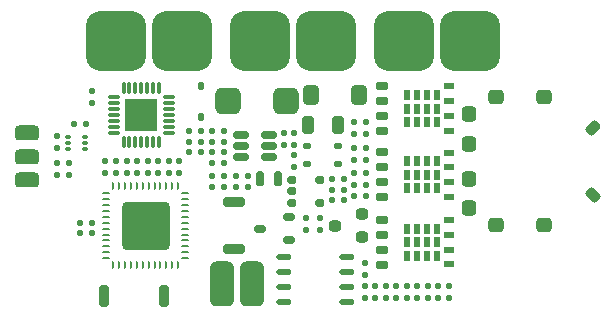
<source format=gbp>
G04*
G04 #@! TF.GenerationSoftware,Altium Limited,Altium Designer,21.6.1 (37)*
G04*
G04 Layer_Color=128*
%FSLAX25Y25*%
%MOIN*%
G70*
G04*
G04 #@! TF.SameCoordinates,93F7CD1F-D677-4927-938F-0EEAFF98D495*
G04*
G04*
G04 #@! TF.FilePolarity,Positive*
G04*
G01*
G75*
G04:AMPARAMS|DCode=33|XSize=20mil|YSize=20mil|CornerRadius=5mil|HoleSize=0mil|Usage=FLASHONLY|Rotation=180.000|XOffset=0mil|YOffset=0mil|HoleType=Round|Shape=RoundedRectangle|*
%AMROUNDEDRECTD33*
21,1,0.02000,0.01000,0,0,180.0*
21,1,0.01000,0.02000,0,0,180.0*
1,1,0.01000,-0.00500,0.00500*
1,1,0.01000,0.00500,0.00500*
1,1,0.01000,0.00500,-0.00500*
1,1,0.01000,-0.00500,-0.00500*
%
%ADD33ROUNDEDRECTD33*%
G04:AMPARAMS|DCode=34|XSize=80mil|YSize=50mil|CornerRadius=12.5mil|HoleSize=0mil|Usage=FLASHONLY|Rotation=0.000|XOffset=0mil|YOffset=0mil|HoleType=Round|Shape=RoundedRectangle|*
%AMROUNDEDRECTD34*
21,1,0.08000,0.02500,0,0,0.0*
21,1,0.05500,0.05000,0,0,0.0*
1,1,0.02500,0.02750,-0.01250*
1,1,0.02500,-0.02750,-0.01250*
1,1,0.02500,-0.02750,0.01250*
1,1,0.02500,0.02750,0.01250*
%
%ADD34ROUNDEDRECTD34*%
G04:AMPARAMS|DCode=39|XSize=47.24mil|YSize=51.18mil|CornerRadius=11.81mil|HoleSize=0mil|Usage=FLASHONLY|Rotation=90.000|XOffset=0mil|YOffset=0mil|HoleType=Round|Shape=RoundedRectangle|*
%AMROUNDEDRECTD39*
21,1,0.04724,0.02756,0,0,90.0*
21,1,0.02362,0.05118,0,0,90.0*
1,1,0.02362,0.01378,0.01181*
1,1,0.02362,0.01378,-0.01181*
1,1,0.02362,-0.01378,-0.01181*
1,1,0.02362,-0.01378,0.01181*
%
%ADD39ROUNDEDRECTD39*%
G04:AMPARAMS|DCode=40|XSize=51.18mil|YSize=47.24mil|CornerRadius=11.81mil|HoleSize=0mil|Usage=FLASHONLY|Rotation=90.000|XOffset=0mil|YOffset=0mil|HoleType=Round|Shape=RoundedRectangle|*
%AMROUNDEDRECTD40*
21,1,0.05118,0.02362,0,0,90.0*
21,1,0.02756,0.04724,0,0,90.0*
1,1,0.02362,0.01181,0.01378*
1,1,0.02362,0.01181,-0.01378*
1,1,0.02362,-0.01181,-0.01378*
1,1,0.02362,-0.01181,0.01378*
%
%ADD40ROUNDEDRECTD40*%
G04:AMPARAMS|DCode=41|XSize=33.47mil|YSize=47.24mil|CornerRadius=8.37mil|HoleSize=0mil|Usage=FLASHONLY|Rotation=45.000|XOffset=0mil|YOffset=0mil|HoleType=Round|Shape=RoundedRectangle|*
%AMROUNDEDRECTD41*
21,1,0.03347,0.03051,0,0,45.0*
21,1,0.01673,0.04724,0,0,45.0*
1,1,0.01673,0.01670,-0.00487*
1,1,0.01673,0.00487,-0.01670*
1,1,0.01673,-0.01670,0.00487*
1,1,0.01673,-0.00487,0.01670*
%
%ADD41ROUNDEDRECTD41*%
G04:AMPARAMS|DCode=42|XSize=33.47mil|YSize=47.24mil|CornerRadius=8.37mil|HoleSize=0mil|Usage=FLASHONLY|Rotation=315.000|XOffset=0mil|YOffset=0mil|HoleType=Round|Shape=RoundedRectangle|*
%AMROUNDEDRECTD42*
21,1,0.03347,0.03051,0,0,315.0*
21,1,0.01673,0.04724,0,0,315.0*
1,1,0.01673,-0.00487,-0.01670*
1,1,0.01673,-0.01670,-0.00487*
1,1,0.01673,0.00487,0.01670*
1,1,0.01673,0.01670,0.00487*
%
%ADD42ROUNDEDRECTD42*%
%ADD43R,0.10630X0.11024*%
G04:AMPARAMS|DCode=44|XSize=12mil|YSize=38mil|CornerRadius=3mil|HoleSize=0mil|Usage=FLASHONLY|Rotation=180.000|XOffset=0mil|YOffset=0mil|HoleType=Round|Shape=RoundedRectangle|*
%AMROUNDEDRECTD44*
21,1,0.01200,0.03200,0,0,180.0*
21,1,0.00600,0.03800,0,0,180.0*
1,1,0.00600,-0.00300,0.01600*
1,1,0.00600,0.00300,0.01600*
1,1,0.00600,0.00300,-0.01600*
1,1,0.00600,-0.00300,-0.01600*
%
%ADD44ROUNDEDRECTD44*%
G04:AMPARAMS|DCode=45|XSize=12mil|YSize=38mil|CornerRadius=3mil|HoleSize=0mil|Usage=FLASHONLY|Rotation=90.000|XOffset=0mil|YOffset=0mil|HoleType=Round|Shape=RoundedRectangle|*
%AMROUNDEDRECTD45*
21,1,0.01200,0.03200,0,0,90.0*
21,1,0.00600,0.03800,0,0,90.0*
1,1,0.00600,0.01600,0.00300*
1,1,0.00600,0.01600,-0.00300*
1,1,0.00600,-0.01600,-0.00300*
1,1,0.00600,-0.01600,0.00300*
%
%ADD45ROUNDEDRECTD45*%
G04:AMPARAMS|DCode=46|XSize=150mil|YSize=80mil|CornerRadius=20mil|HoleSize=0mil|Usage=FLASHONLY|Rotation=90.000|XOffset=0mil|YOffset=0mil|HoleType=Round|Shape=RoundedRectangle|*
%AMROUNDEDRECTD46*
21,1,0.15000,0.04000,0,0,90.0*
21,1,0.11000,0.08000,0,0,90.0*
1,1,0.04000,0.02000,0.05500*
1,1,0.04000,0.02000,-0.05500*
1,1,0.04000,-0.02000,-0.05500*
1,1,0.04000,-0.02000,0.05500*
%
%ADD46ROUNDEDRECTD46*%
%ADD47O,0.05118X0.01968*%
G04:AMPARAMS|DCode=48|XSize=37.4mil|YSize=39.37mil|CornerRadius=9.35mil|HoleSize=0mil|Usage=FLASHONLY|Rotation=270.000|XOffset=0mil|YOffset=0mil|HoleType=Round|Shape=RoundedRectangle|*
%AMROUNDEDRECTD48*
21,1,0.03740,0.02067,0,0,270.0*
21,1,0.01870,0.03937,0,0,270.0*
1,1,0.01870,-0.01034,-0.00935*
1,1,0.01870,-0.01034,0.00935*
1,1,0.01870,0.01034,0.00935*
1,1,0.01870,0.01034,-0.00935*
%
%ADD48ROUNDEDRECTD48*%
G04:AMPARAMS|DCode=49|XSize=20mil|YSize=20mil|CornerRadius=5mil|HoleSize=0mil|Usage=FLASHONLY|Rotation=270.000|XOffset=0mil|YOffset=0mil|HoleType=Round|Shape=RoundedRectangle|*
%AMROUNDEDRECTD49*
21,1,0.02000,0.01000,0,0,270.0*
21,1,0.01000,0.02000,0,0,270.0*
1,1,0.01000,-0.00500,-0.00500*
1,1,0.01000,-0.00500,0.00500*
1,1,0.01000,0.00500,0.00500*
1,1,0.01000,0.00500,-0.00500*
%
%ADD49ROUNDEDRECTD49*%
G04:AMPARAMS|DCode=50|XSize=200mil|YSize=200mil|CornerRadius=50mil|HoleSize=0mil|Usage=FLASHONLY|Rotation=90.000|XOffset=0mil|YOffset=0mil|HoleType=Round|Shape=RoundedRectangle|*
%AMROUNDEDRECTD50*
21,1,0.20000,0.10000,0,0,90.0*
21,1,0.10000,0.20000,0,0,90.0*
1,1,0.10000,0.05000,0.05000*
1,1,0.10000,0.05000,-0.05000*
1,1,0.10000,-0.05000,-0.05000*
1,1,0.10000,-0.05000,0.05000*
%
%ADD50ROUNDEDRECTD50*%
G04:AMPARAMS|DCode=51|XSize=12mil|YSize=19.68mil|CornerRadius=3mil|HoleSize=0mil|Usage=FLASHONLY|Rotation=90.000|XOffset=0mil|YOffset=0mil|HoleType=Round|Shape=RoundedRectangle|*
%AMROUNDEDRECTD51*
21,1,0.01200,0.01369,0,0,90.0*
21,1,0.00600,0.01968,0,0,90.0*
1,1,0.00600,0.00684,0.00300*
1,1,0.00600,0.00684,-0.00300*
1,1,0.00600,-0.00684,-0.00300*
1,1,0.00600,-0.00684,0.00300*
%
%ADD51ROUNDEDRECTD51*%
G04:AMPARAMS|DCode=52|XSize=19.68mil|YSize=23.62mil|CornerRadius=4.92mil|HoleSize=0mil|Usage=FLASHONLY|Rotation=90.000|XOffset=0mil|YOffset=0mil|HoleType=Round|Shape=RoundedRectangle|*
%AMROUNDEDRECTD52*
21,1,0.01968,0.01378,0,0,90.0*
21,1,0.00984,0.02362,0,0,90.0*
1,1,0.00984,0.00689,0.00492*
1,1,0.00984,0.00689,-0.00492*
1,1,0.00984,-0.00689,-0.00492*
1,1,0.00984,-0.00689,0.00492*
%
%ADD52ROUNDEDRECTD52*%
G04:AMPARAMS|DCode=53|XSize=19.68mil|YSize=23.62mil|CornerRadius=4.92mil|HoleSize=0mil|Usage=FLASHONLY|Rotation=180.000|XOffset=0mil|YOffset=0mil|HoleType=Round|Shape=RoundedRectangle|*
%AMROUNDEDRECTD53*
21,1,0.01968,0.01378,0,0,180.0*
21,1,0.00984,0.02362,0,0,180.0*
1,1,0.00984,-0.00492,0.00689*
1,1,0.00984,0.00492,0.00689*
1,1,0.00984,0.00492,-0.00689*
1,1,0.00984,-0.00492,-0.00689*
%
%ADD53ROUNDEDRECTD53*%
G04:AMPARAMS|DCode=54|XSize=59.06mil|YSize=39.37mil|CornerRadius=9.84mil|HoleSize=0mil|Usage=FLASHONLY|Rotation=270.000|XOffset=0mil|YOffset=0mil|HoleType=Round|Shape=RoundedRectangle|*
%AMROUNDEDRECTD54*
21,1,0.05906,0.01968,0,0,270.0*
21,1,0.03937,0.03937,0,0,270.0*
1,1,0.01968,-0.00984,-0.01968*
1,1,0.01968,-0.00984,0.01968*
1,1,0.01968,0.00984,0.01968*
1,1,0.01968,0.00984,-0.01968*
%
%ADD54ROUNDEDRECTD54*%
G04:AMPARAMS|DCode=55|XSize=25mil|YSize=50mil|CornerRadius=6.25mil|HoleSize=0mil|Usage=FLASHONLY|Rotation=180.000|XOffset=0mil|YOffset=0mil|HoleType=Round|Shape=RoundedRectangle|*
%AMROUNDEDRECTD55*
21,1,0.02500,0.03750,0,0,180.0*
21,1,0.01250,0.05000,0,0,180.0*
1,1,0.01250,-0.00625,0.01875*
1,1,0.01250,0.00625,0.01875*
1,1,0.01250,0.00625,-0.01875*
1,1,0.01250,-0.00625,-0.01875*
%
%ADD55ROUNDEDRECTD55*%
G04:AMPARAMS|DCode=56|XSize=24mil|YSize=30mil|CornerRadius=6mil|HoleSize=0mil|Usage=FLASHONLY|Rotation=90.000|XOffset=0mil|YOffset=0mil|HoleType=Round|Shape=RoundedRectangle|*
%AMROUNDEDRECTD56*
21,1,0.02400,0.01800,0,0,90.0*
21,1,0.01200,0.03000,0,0,90.0*
1,1,0.01200,0.00900,0.00600*
1,1,0.01200,0.00900,-0.00600*
1,1,0.01200,-0.00900,-0.00600*
1,1,0.01200,-0.00900,0.00600*
%
%ADD56ROUNDEDRECTD56*%
G04:AMPARAMS|DCode=57|XSize=70.87mil|YSize=31.5mil|CornerRadius=7.87mil|HoleSize=0mil|Usage=FLASHONLY|Rotation=0.000|XOffset=0mil|YOffset=0mil|HoleType=Round|Shape=RoundedRectangle|*
%AMROUNDEDRECTD57*
21,1,0.07087,0.01575,0,0,0.0*
21,1,0.05512,0.03150,0,0,0.0*
1,1,0.01575,0.02756,-0.00787*
1,1,0.01575,-0.02756,-0.00787*
1,1,0.01575,-0.02756,0.00787*
1,1,0.01575,0.02756,0.00787*
%
%ADD57ROUNDEDRECTD57*%
G04:AMPARAMS|DCode=58|XSize=23.62mil|YSize=39.37mil|CornerRadius=5.91mil|HoleSize=0mil|Usage=FLASHONLY|Rotation=90.000|XOffset=0mil|YOffset=0mil|HoleType=Round|Shape=RoundedRectangle|*
%AMROUNDEDRECTD58*
21,1,0.02362,0.02756,0,0,90.0*
21,1,0.01181,0.03937,0,0,90.0*
1,1,0.01181,0.01378,0.00591*
1,1,0.01181,0.01378,-0.00591*
1,1,0.01181,-0.01378,-0.00591*
1,1,0.01181,-0.01378,0.00591*
%
%ADD58ROUNDEDRECTD58*%
G04:AMPARAMS|DCode=59|XSize=27.56mil|YSize=51.18mil|CornerRadius=6.89mil|HoleSize=0mil|Usage=FLASHONLY|Rotation=270.000|XOffset=0mil|YOffset=0mil|HoleType=Round|Shape=RoundedRectangle|*
%AMROUNDEDRECTD59*
21,1,0.02756,0.03740,0,0,270.0*
21,1,0.01378,0.05118,0,0,270.0*
1,1,0.01378,-0.01870,-0.00689*
1,1,0.01378,-0.01870,0.00689*
1,1,0.01378,0.01870,0.00689*
1,1,0.01378,0.01870,-0.00689*
%
%ADD59ROUNDEDRECTD59*%
G04:AMPARAMS|DCode=60|XSize=31.5mil|YSize=70.87mil|CornerRadius=7.87mil|HoleSize=0mil|Usage=FLASHONLY|Rotation=0.000|XOffset=0mil|YOffset=0mil|HoleType=Round|Shape=RoundedRectangle|*
%AMROUNDEDRECTD60*
21,1,0.03150,0.05512,0,0,0.0*
21,1,0.01575,0.07087,0,0,0.0*
1,1,0.01575,0.00787,-0.02756*
1,1,0.01575,-0.00787,-0.02756*
1,1,0.01575,-0.00787,0.02756*
1,1,0.01575,0.00787,0.02756*
%
%ADD60ROUNDEDRECTD60*%
G04:AMPARAMS|DCode=61|XSize=160mil|YSize=160mil|CornerRadius=16mil|HoleSize=0mil|Usage=FLASHONLY|Rotation=0.000|XOffset=0mil|YOffset=0mil|HoleType=Round|Shape=RoundedRectangle|*
%AMROUNDEDRECTD61*
21,1,0.16000,0.12800,0,0,0.0*
21,1,0.12800,0.16000,0,0,0.0*
1,1,0.03200,0.06400,-0.06400*
1,1,0.03200,-0.06400,-0.06400*
1,1,0.03200,-0.06400,0.06400*
1,1,0.03200,0.06400,0.06400*
%
%ADD61ROUNDEDRECTD61*%
G04:AMPARAMS|DCode=62|XSize=26.57mil|YSize=9.84mil|CornerRadius=2.46mil|HoleSize=0mil|Usage=FLASHONLY|Rotation=0.000|XOffset=0mil|YOffset=0mil|HoleType=Round|Shape=RoundedRectangle|*
%AMROUNDEDRECTD62*
21,1,0.02657,0.00492,0,0,0.0*
21,1,0.02165,0.00984,0,0,0.0*
1,1,0.00492,0.01083,-0.00246*
1,1,0.00492,-0.01083,-0.00246*
1,1,0.00492,-0.01083,0.00246*
1,1,0.00492,0.01083,0.00246*
%
%ADD62ROUNDEDRECTD62*%
G04:AMPARAMS|DCode=63|XSize=26.57mil|YSize=9.84mil|CornerRadius=2.46mil|HoleSize=0mil|Usage=FLASHONLY|Rotation=270.000|XOffset=0mil|YOffset=0mil|HoleType=Round|Shape=RoundedRectangle|*
%AMROUNDEDRECTD63*
21,1,0.02657,0.00492,0,0,270.0*
21,1,0.02165,0.00984,0,0,270.0*
1,1,0.00492,-0.00246,-0.01083*
1,1,0.00492,-0.00246,0.01083*
1,1,0.00492,0.00246,0.01083*
1,1,0.00492,0.00246,-0.01083*
%
%ADD63ROUNDEDRECTD63*%
G04:AMPARAMS|DCode=64|XSize=85.04mil|YSize=88.98mil|CornerRadius=21.26mil|HoleSize=0mil|Usage=FLASHONLY|Rotation=0.000|XOffset=0mil|YOffset=0mil|HoleType=Round|Shape=RoundedRectangle|*
%AMROUNDEDRECTD64*
21,1,0.08504,0.04646,0,0,0.0*
21,1,0.04252,0.08898,0,0,0.0*
1,1,0.04252,0.02126,-0.02323*
1,1,0.04252,-0.02126,-0.02323*
1,1,0.04252,-0.02126,0.02323*
1,1,0.04252,0.02126,0.02323*
%
%ADD64ROUNDEDRECTD64*%
G04:AMPARAMS|DCode=65|XSize=55mil|YSize=65mil|CornerRadius=13.75mil|HoleSize=0mil|Usage=FLASHONLY|Rotation=180.000|XOffset=0mil|YOffset=0mil|HoleType=Round|Shape=RoundedRectangle|*
%AMROUNDEDRECTD65*
21,1,0.05500,0.03750,0,0,180.0*
21,1,0.02750,0.06500,0,0,180.0*
1,1,0.02750,-0.01375,0.01875*
1,1,0.02750,0.01375,0.01875*
1,1,0.02750,0.01375,-0.01875*
1,1,0.02750,-0.01375,-0.01875*
%
%ADD65ROUNDEDRECTD65*%
%ADD99R,0.03543X0.02362*%
%ADD100R,0.02362X0.03543*%
G04:AMPARAMS|DCode=101|XSize=23.62mil|YSize=41.34mil|CornerRadius=4.92mil|HoleSize=0mil|Usage=FLASHONLY|Rotation=90.000|XOffset=0mil|YOffset=0mil|HoleType=Round|Shape=RoundedRectangle|*
%AMROUNDEDRECTD101*
21,1,0.02362,0.03150,0,0,90.0*
21,1,0.01378,0.04134,0,0,90.0*
1,1,0.00984,0.01575,0.00689*
1,1,0.00984,0.01575,-0.00689*
1,1,0.00984,-0.01575,-0.00689*
1,1,0.00984,-0.01575,0.00689*
%
%ADD101ROUNDEDRECTD101*%
D33*
X33000Y46000D02*
D03*
Y50000D02*
D03*
X36600Y46000D02*
D03*
Y50000D02*
D03*
X104500Y31000D02*
D03*
Y27000D02*
D03*
X147550Y8500D02*
D03*
Y4500D02*
D03*
X144050Y8500D02*
D03*
Y4500D02*
D03*
X126550D02*
D03*
Y8500D02*
D03*
X140550D02*
D03*
Y4500D02*
D03*
X137050Y8500D02*
D03*
Y4500D02*
D03*
X133550D02*
D03*
Y8500D02*
D03*
X130050D02*
D03*
Y4500D02*
D03*
X123050Y8500D02*
D03*
Y4500D02*
D03*
X119550D02*
D03*
Y8500D02*
D03*
X17000Y54500D02*
D03*
Y58500D02*
D03*
X116000Y59000D02*
D03*
Y63000D02*
D03*
Y50500D02*
D03*
Y54500D02*
D03*
X120000Y50500D02*
D03*
Y54500D02*
D03*
Y46000D02*
D03*
Y42000D02*
D03*
X116000Y46000D02*
D03*
Y42000D02*
D03*
X120000Y59000D02*
D03*
Y63000D02*
D03*
X100000Y31000D02*
D03*
Y27000D02*
D03*
X47100Y50000D02*
D03*
Y46000D02*
D03*
X43600Y50000D02*
D03*
Y46000D02*
D03*
X119500Y12000D02*
D03*
Y16000D02*
D03*
X54100Y50000D02*
D03*
Y46000D02*
D03*
X96000Y52000D02*
D03*
Y48000D02*
D03*
X57600Y50000D02*
D03*
Y46000D02*
D03*
X92500Y59500D02*
D03*
Y55500D02*
D03*
X40100Y50000D02*
D03*
Y46000D02*
D03*
X50600D02*
D03*
Y50000D02*
D03*
X96000Y59500D02*
D03*
Y55500D02*
D03*
X28500Y73500D02*
D03*
Y69500D02*
D03*
D34*
X7000Y43676D02*
D03*
Y51500D02*
D03*
Y59324D02*
D03*
D39*
X179382Y28740D02*
D03*
X163240D02*
D03*
Y71260D02*
D03*
X179382D02*
D03*
D40*
X154185Y34252D02*
D03*
Y44193D02*
D03*
Y55807D02*
D03*
Y65748D02*
D03*
D41*
X195635Y38865D02*
D03*
D42*
Y61135D02*
D03*
D43*
X45000Y65400D02*
D03*
D44*
X39094Y56250D02*
D03*
X41063D02*
D03*
X43031D02*
D03*
X45000D02*
D03*
X46968D02*
D03*
X48937D02*
D03*
X50906D02*
D03*
Y74550D02*
D03*
X48937D02*
D03*
X46968D02*
D03*
X45000D02*
D03*
X43031D02*
D03*
X41063D02*
D03*
X39094D02*
D03*
D45*
X54150Y59495D02*
D03*
Y61463D02*
D03*
Y63432D02*
D03*
Y65400D02*
D03*
Y67369D02*
D03*
Y69337D02*
D03*
Y71306D02*
D03*
X35850D02*
D03*
Y69337D02*
D03*
Y67369D02*
D03*
Y65400D02*
D03*
Y63432D02*
D03*
Y61463D02*
D03*
Y59495D02*
D03*
D46*
X72000Y9000D02*
D03*
X82000D02*
D03*
D47*
X113433Y18000D02*
D03*
Y13000D02*
D03*
Y8000D02*
D03*
Y3000D02*
D03*
X92567Y18000D02*
D03*
Y13000D02*
D03*
Y8000D02*
D03*
Y3000D02*
D03*
D48*
X118429Y32240D02*
D03*
X118429Y24760D02*
D03*
X109571Y28500D02*
D03*
D49*
X120000Y38500D02*
D03*
X116000D02*
D03*
X68500Y41500D02*
D03*
X72500D02*
D03*
X68500Y45000D02*
D03*
X72500D02*
D03*
X26500Y62500D02*
D03*
X22500D02*
D03*
X61000Y53000D02*
D03*
X65000D02*
D03*
Y60000D02*
D03*
X61000D02*
D03*
X21000Y45500D02*
D03*
X17000D02*
D03*
X112500Y40500D02*
D03*
X108500D02*
D03*
X61000Y56500D02*
D03*
X65000D02*
D03*
X21000Y49500D02*
D03*
X17000D02*
D03*
X28500Y26000D02*
D03*
X24500D02*
D03*
X112500Y37000D02*
D03*
X108500D02*
D03*
X112500Y44000D02*
D03*
X108500D02*
D03*
X68500Y53000D02*
D03*
X72500D02*
D03*
X76500Y41500D02*
D03*
X80500D02*
D03*
X76500Y45000D02*
D03*
X80500D02*
D03*
X68500Y49500D02*
D03*
X72500D02*
D03*
Y60000D02*
D03*
X68500D02*
D03*
X28500Y29500D02*
D03*
X24500D02*
D03*
X68500Y56500D02*
D03*
X72500D02*
D03*
D50*
X36500Y90000D02*
D03*
X132500D02*
D03*
X154500D02*
D03*
X106500D02*
D03*
X84500D02*
D03*
X58500D02*
D03*
D51*
X20653Y54031D02*
D03*
Y56000D02*
D03*
Y57968D02*
D03*
X26346D02*
D03*
Y56000D02*
D03*
Y54031D02*
D03*
D52*
X100266Y55000D02*
D03*
X110734D02*
D03*
X100266Y49000D02*
D03*
X110734D02*
D03*
D53*
X65000Y64766D02*
D03*
Y75234D02*
D03*
D54*
X100500Y62000D02*
D03*
X110500Y62000D02*
D03*
D55*
X84453Y44000D02*
D03*
X90547D02*
D03*
D56*
X95300Y36200D02*
D03*
Y43800D02*
D03*
X104700D02*
D03*
X95300Y40000D02*
D03*
X104700Y36200D02*
D03*
D57*
X76000Y36374D02*
D03*
Y20626D02*
D03*
D58*
X84595Y27500D02*
D03*
X94406Y23760D02*
D03*
Y31240D02*
D03*
D59*
X87724Y51260D02*
D03*
Y55000D02*
D03*
Y58740D02*
D03*
X78276D02*
D03*
Y55000D02*
D03*
Y51260D02*
D03*
D60*
X52591Y5000D02*
D03*
X32500D02*
D03*
D61*
X46500Y28500D02*
D03*
D62*
X33262Y17673D02*
D03*
Y19642D02*
D03*
Y21610D02*
D03*
Y23579D02*
D03*
Y25547D02*
D03*
Y27516D02*
D03*
Y29484D02*
D03*
Y31453D02*
D03*
Y33421D02*
D03*
Y35390D02*
D03*
Y37358D02*
D03*
Y39327D02*
D03*
X59738D02*
D03*
Y37358D02*
D03*
Y35390D02*
D03*
Y33421D02*
D03*
Y31453D02*
D03*
Y29484D02*
D03*
Y27516D02*
D03*
Y25547D02*
D03*
Y23579D02*
D03*
Y21610D02*
D03*
Y19642D02*
D03*
Y17673D02*
D03*
D63*
X35673Y41738D02*
D03*
X37642D02*
D03*
X39610D02*
D03*
X41579D02*
D03*
X43547D02*
D03*
X45516D02*
D03*
X47484D02*
D03*
X49453D02*
D03*
X51421D02*
D03*
X53390D02*
D03*
X55358D02*
D03*
X57327D02*
D03*
Y15262D02*
D03*
X55358D02*
D03*
X53390D02*
D03*
X51421D02*
D03*
X49453D02*
D03*
X47484D02*
D03*
X45516D02*
D03*
X43547D02*
D03*
X41579D02*
D03*
X39610D02*
D03*
X37642D02*
D03*
X35673D02*
D03*
D64*
X73854Y70000D02*
D03*
X93146D02*
D03*
D65*
X101500Y72000D02*
D03*
X117500D02*
D03*
D99*
X147630Y74910D02*
D03*
Y60146D02*
D03*
Y64969D02*
D03*
Y70087D02*
D03*
Y30382D02*
D03*
Y15618D02*
D03*
Y20441D02*
D03*
Y25559D02*
D03*
Y52854D02*
D03*
Y38091D02*
D03*
Y42913D02*
D03*
Y48031D02*
D03*
D100*
X133653Y67528D02*
D03*
Y63000D02*
D03*
Y72055D02*
D03*
X143693Y67528D02*
D03*
Y63000D02*
D03*
Y72055D02*
D03*
X140347Y67528D02*
D03*
Y63000D02*
D03*
Y72055D02*
D03*
X137000D02*
D03*
Y63000D02*
D03*
Y67528D02*
D03*
X133653Y23000D02*
D03*
Y18472D02*
D03*
Y27528D02*
D03*
X143693Y23000D02*
D03*
Y18472D02*
D03*
Y27528D02*
D03*
X140347Y23000D02*
D03*
Y18472D02*
D03*
Y27528D02*
D03*
X137000D02*
D03*
Y18472D02*
D03*
Y23000D02*
D03*
X133653Y45472D02*
D03*
Y40945D02*
D03*
Y50000D02*
D03*
X143693Y45472D02*
D03*
Y40945D02*
D03*
Y50000D02*
D03*
X140347Y45472D02*
D03*
Y40945D02*
D03*
Y50000D02*
D03*
X137000D02*
D03*
Y40945D02*
D03*
Y45472D02*
D03*
D101*
X125091Y60028D02*
D03*
Y65028D02*
D03*
Y70028D02*
D03*
Y75028D02*
D03*
Y15500D02*
D03*
Y20500D02*
D03*
Y25500D02*
D03*
Y30500D02*
D03*
Y37972D02*
D03*
Y42972D02*
D03*
Y47972D02*
D03*
Y52972D02*
D03*
M02*

</source>
